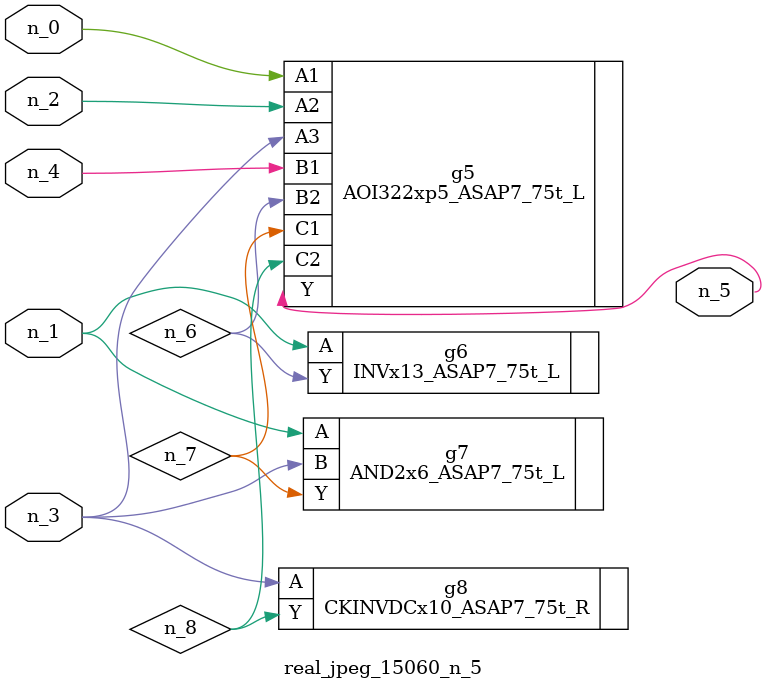
<source format=v>
module real_jpeg_15060_n_5 (n_4, n_0, n_1, n_2, n_3, n_5);

input n_4;
input n_0;
input n_1;
input n_2;
input n_3;

output n_5;

wire n_8;
wire n_6;
wire n_7;

AOI322xp5_ASAP7_75t_L g5 ( 
.A1(n_0),
.A2(n_2),
.A3(n_3),
.B1(n_4),
.B2(n_6),
.C1(n_7),
.C2(n_8),
.Y(n_5)
);

INVx13_ASAP7_75t_L g6 ( 
.A(n_1),
.Y(n_6)
);

AND2x6_ASAP7_75t_L g7 ( 
.A(n_1),
.B(n_3),
.Y(n_7)
);

CKINVDCx10_ASAP7_75t_R g8 ( 
.A(n_3),
.Y(n_8)
);


endmodule
</source>
